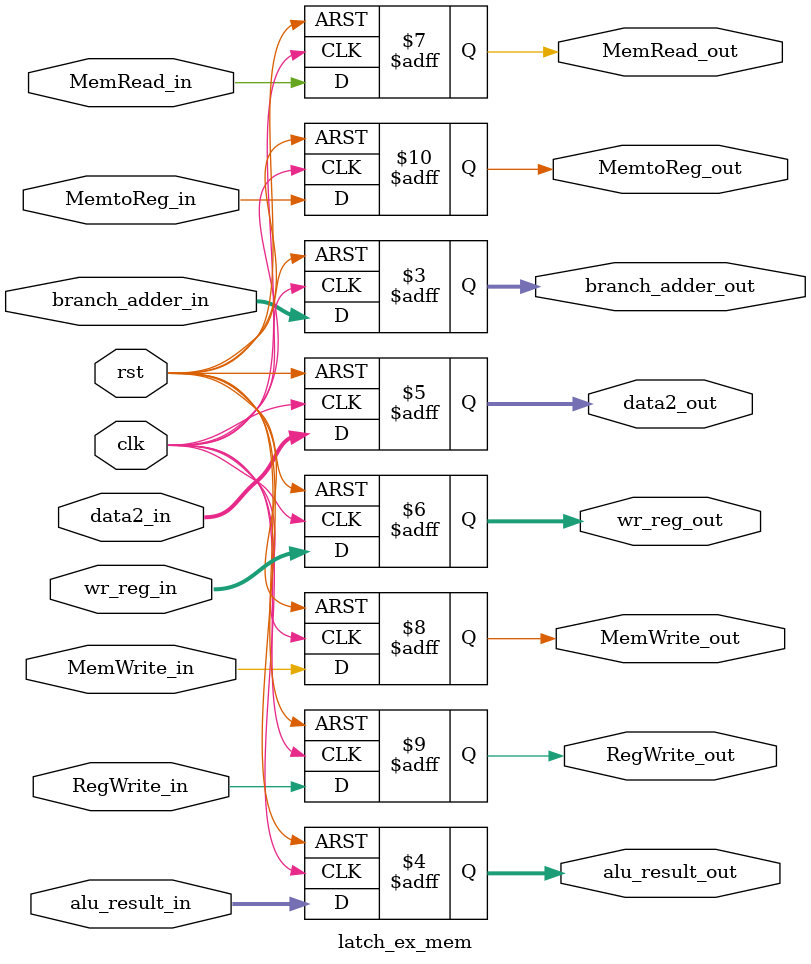
<source format=v>


`timescale 1ns/10ps

module latch_ex_mem (
    clk,
    rst,
    branch_adder_in,
    alu_result_in,
    data2_in,
    wr_reg_in,
    MemRead_in,
    MemWrite_in,
    RegWrite_in,
    MemtoReg_in,
    branch_adder_out,
    alu_result_out,
    data2_out,
    wr_reg_out,
    MemRead_out,
    MemWrite_out,
    RegWrite_out,
    MemtoReg_out
);
// Latch to control state between Execution and MEM pipeline stages

input [0:0] clk;
input [0:0] rst;
input signed [31:0] branch_adder_in;
input signed [31:0] alu_result_in;
input signed [31:0] data2_in;
input signed [31:0] wr_reg_in;
input [0:0] MemRead_in;
input [0:0] MemWrite_in;
input [0:0] RegWrite_in;
input [0:0] MemtoReg_in;
output signed [31:0] branch_adder_out;
reg signed [31:0] branch_adder_out;
output signed [31:0] alu_result_out;
reg signed [31:0] alu_result_out;
output signed [31:0] data2_out;
reg signed [31:0] data2_out;
output signed [31:0] wr_reg_out;
reg signed [31:0] wr_reg_out;
output [0:0] MemRead_out;
reg [0:0] MemRead_out;
output [0:0] MemWrite_out;
reg [0:0] MemWrite_out;
output [0:0] RegWrite_out;
reg [0:0] RegWrite_out;
output [0:0] MemtoReg_out;
reg [0:0] MemtoReg_out;






always @(posedge clk, posedge rst) begin: LATCH_EX_MEM_LATCH
    if ((rst == 1)) begin
        branch_adder_out <= 0;
        alu_result_out <= 0;
        data2_out <= 0;
        wr_reg_out <= 0;
        MemRead_out <= 0;
        MemWrite_out <= 0;
        RegWrite_out <= 0;
        MemtoReg_out <= 0;
    end
    else begin
        branch_adder_out <= branch_adder_in;
        alu_result_out <= alu_result_in;
        data2_out <= data2_in;
        wr_reg_out <= wr_reg_in;
        MemRead_out <= MemRead_in;
        MemWrite_out <= MemWrite_in;
        RegWrite_out <= RegWrite_in;
        MemtoReg_out <= MemtoReg_in;
    end
end

endmodule

</source>
